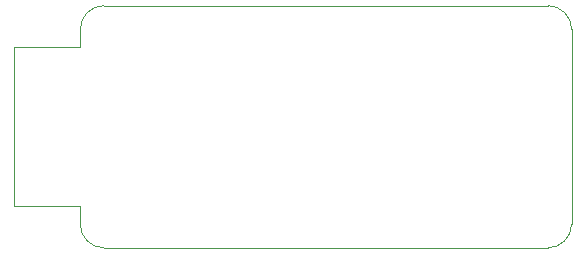
<source format=gbr>
%TF.GenerationSoftware,Altium Limited,Altium Designer,22.7.1 (60)*%
G04 Layer_Color=0*
%FSLAX45Y45*%
%MOMM*%
%TF.SameCoordinates,4B427231-4539-4B88-BEA9-E7C0DB0DE592*%
%TF.FilePolarity,Positive*%
%TF.FileFunction,Profile,NP*%
%TF.Part,Single*%
G01*
G75*
%TA.AperFunction,Profile*%
%ADD36C,0.02540*%
D36*
X4720006Y1850009D02*
Y200000D01*
D02*
G02*
X4520006Y0I-200000J0D01*
G01*
X759993D01*
D02*
G02*
X559994Y200000I0J200000D01*
G01*
Y350012D01*
X0D01*
Y1699997D01*
X559994D01*
Y1850009D01*
D02*
G02*
X759993Y2050009I200000J0D01*
G01*
X4520006D01*
D02*
G02*
X4720006Y1850009I0J-200000D01*
G01*
%TF.MD5,a77bde149daf96dd461b5d34fc7b6851*%
M02*

</source>
